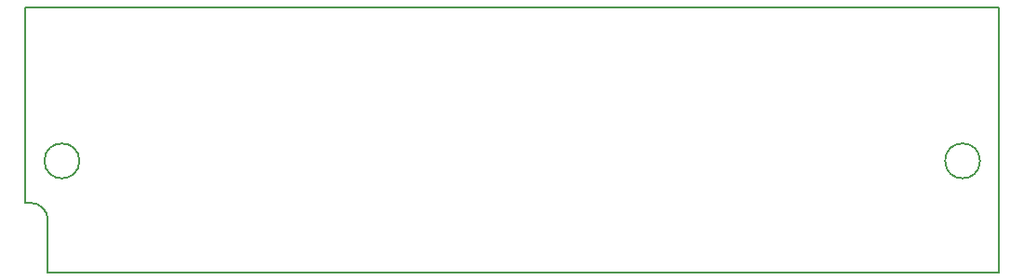
<source format=gbr>
%FSLAX34Y34*%
%MOMM*%
%LNOUTLINE*%
G71*
G01*
%ADD10C,0.150*%
%LPD*%
G54D10*
X7938Y989012D02*
X893762Y989012D01*
X893762Y747712D01*
X28575Y747712D01*
X28575Y795338D01*
G54D10*
X7938Y989012D02*
X7938Y811212D01*
G54D10*
G75*
G01X28550Y795338D02*
G03X12700Y811188I-15850J0D01*
G01*
G54D10*
X12700Y811188D02*
X7962Y811188D01*
X7938Y811212D01*
G54D10*
G75*
G01X57150Y849312D02*
G03X57150Y849312I-15875J0D01*
G01*
G54D10*
G75*
G01X876300Y849312D02*
G03X876300Y849312I-15875J0D01*
G01*
M02*

</source>
